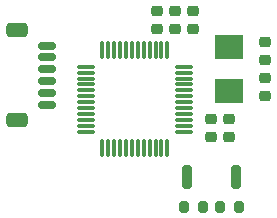
<source format=gbp>
G04 #@! TF.GenerationSoftware,KiCad,Pcbnew,7.0.2*
G04 #@! TF.CreationDate,2024-10-17T18:39:25+08:00*
G04 #@! TF.ProjectId,blinker,626c696e-6b65-4722-9e6b-696361645f70,rev?*
G04 #@! TF.SameCoordinates,Original*
G04 #@! TF.FileFunction,Paste,Bot*
G04 #@! TF.FilePolarity,Positive*
%FSLAX46Y46*%
G04 Gerber Fmt 4.6, Leading zero omitted, Abs format (unit mm)*
G04 Created by KiCad (PCBNEW 7.0.2) date 2024-10-17 18:39:25*
%MOMM*%
%LPD*%
G01*
G04 APERTURE LIST*
G04 Aperture macros list*
%AMRoundRect*
0 Rectangle with rounded corners*
0 $1 Rounding radius*
0 $2 $3 $4 $5 $6 $7 $8 $9 X,Y pos of 4 corners*
0 Add a 4 corners polygon primitive as box body*
4,1,4,$2,$3,$4,$5,$6,$7,$8,$9,$2,$3,0*
0 Add four circle primitives for the rounded corners*
1,1,$1+$1,$2,$3*
1,1,$1+$1,$4,$5*
1,1,$1+$1,$6,$7*
1,1,$1+$1,$8,$9*
0 Add four rect primitives between the rounded corners*
20,1,$1+$1,$2,$3,$4,$5,0*
20,1,$1+$1,$4,$5,$6,$7,0*
20,1,$1+$1,$6,$7,$8,$9,0*
20,1,$1+$1,$8,$9,$2,$3,0*%
G04 Aperture macros list end*
%ADD10R,2.400000X2.000000*%
%ADD11RoundRect,0.075000X0.075000X0.662500X-0.075000X0.662500X-0.075000X-0.662500X0.075000X-0.662500X0*%
%ADD12RoundRect,0.075000X0.662500X0.075000X-0.662500X0.075000X-0.662500X-0.075000X0.662500X-0.075000X0*%
%ADD13RoundRect,0.200000X-0.200000X-0.800000X0.200000X-0.800000X0.200000X0.800000X-0.200000X0.800000X0*%
%ADD14RoundRect,0.200000X-0.200000X-0.275000X0.200000X-0.275000X0.200000X0.275000X-0.200000X0.275000X0*%
%ADD15RoundRect,0.250000X-0.650000X0.350000X-0.650000X-0.350000X0.650000X-0.350000X0.650000X0.350000X0*%
%ADD16RoundRect,0.150000X-0.625000X0.150000X-0.625000X-0.150000X0.625000X-0.150000X0.625000X0.150000X0*%
%ADD17RoundRect,0.225000X0.250000X-0.225000X0.250000X0.225000X-0.250000X0.225000X-0.250000X-0.225000X0*%
%ADD18RoundRect,0.225000X-0.250000X0.225000X-0.250000X-0.225000X0.250000X-0.225000X0.250000X0.225000X0*%
G04 APERTURE END LIST*
D10*
X61976000Y-45538000D03*
X61976000Y-41838000D03*
D11*
X56725000Y-42065500D03*
X56225000Y-42065500D03*
X55725000Y-42065500D03*
X55225000Y-42065500D03*
X54725000Y-42065500D03*
X54225000Y-42065500D03*
X53725000Y-42065500D03*
X53225000Y-42065500D03*
X52725000Y-42065500D03*
X52225000Y-42065500D03*
X51725000Y-42065500D03*
X51225000Y-42065500D03*
D12*
X49812500Y-43478000D03*
X49812500Y-43978000D03*
X49812500Y-44478000D03*
X49812500Y-44978000D03*
X49812500Y-45478000D03*
X49812500Y-45978000D03*
X49812500Y-46478000D03*
X49812500Y-46978000D03*
X49812500Y-47478000D03*
X49812500Y-47978000D03*
X49812500Y-48478000D03*
X49812500Y-48978000D03*
D11*
X51225000Y-50390500D03*
X51725000Y-50390500D03*
X52225000Y-50390500D03*
X52725000Y-50390500D03*
X53225000Y-50390500D03*
X53725000Y-50390500D03*
X54225000Y-50390500D03*
X54725000Y-50390500D03*
X55225000Y-50390500D03*
X55725000Y-50390500D03*
X56225000Y-50390500D03*
X56725000Y-50390500D03*
D12*
X58137500Y-48978000D03*
X58137500Y-48478000D03*
X58137500Y-47978000D03*
X58137500Y-47478000D03*
X58137500Y-46978000D03*
X58137500Y-46478000D03*
X58137500Y-45978000D03*
X58137500Y-45478000D03*
X58137500Y-44978000D03*
X58137500Y-44478000D03*
X58137500Y-43978000D03*
X58137500Y-43478000D03*
D13*
X58352000Y-52816000D03*
X62552000Y-52816000D03*
D14*
X61151000Y-55372000D03*
X62801000Y-55372000D03*
X58103000Y-55356000D03*
X59753000Y-55356000D03*
D15*
X44012000Y-40396000D03*
X44012000Y-47996000D03*
D16*
X46537000Y-46696000D03*
X46537000Y-45696000D03*
X46537000Y-44696000D03*
X46537000Y-43696000D03*
X46537000Y-42696000D03*
X46537000Y-41696000D03*
D17*
X58928000Y-38722000D03*
X58928000Y-40272000D03*
X57404000Y-38722000D03*
X57404000Y-40272000D03*
X55880000Y-40272000D03*
X55880000Y-38722000D03*
D18*
X60452000Y-49416000D03*
X60452000Y-47866000D03*
X61976000Y-47866000D03*
X61976000Y-49416000D03*
X65024000Y-45987000D03*
X65024000Y-44437000D03*
D17*
X65024000Y-42939000D03*
X65024000Y-41389000D03*
M02*

</source>
